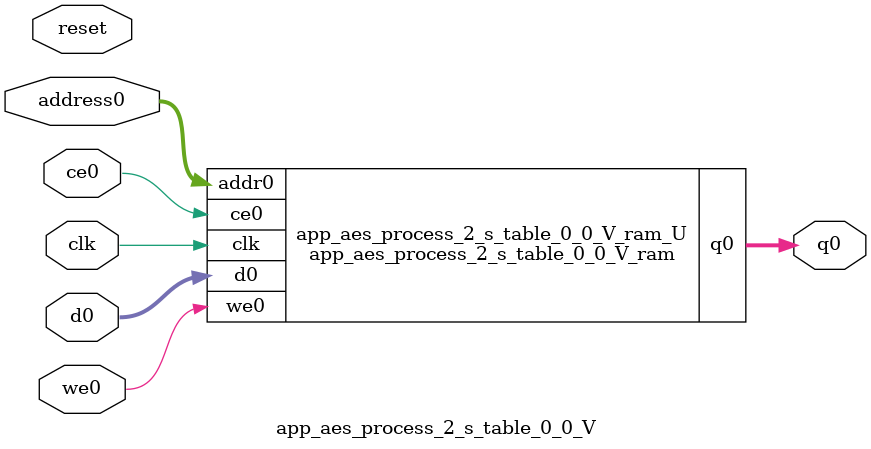
<source format=v>

`timescale 1 ns / 1 ps
module app_aes_process_2_s_table_0_0_V_ram (addr0, ce0, d0, we0, q0,  clk);

parameter DWIDTH = 8;
parameter AWIDTH = 6;
parameter MEM_SIZE = 64;

input[AWIDTH-1:0] addr0;
input ce0;
input[DWIDTH-1:0] d0;
input we0;
output reg[DWIDTH-1:0] q0;
input clk;

(* ram_style = "distributed" *)reg [DWIDTH-1:0] ram[0:MEM_SIZE-1];




always @(posedge clk)  
begin 
    if (ce0) 
    begin
        if (we0) 
        begin 
            ram[addr0] <= d0; 
            q0 <= d0;
        end 
        else 
            q0 <= ram[addr0];
    end
end


endmodule


`timescale 1 ns / 1 ps
module app_aes_process_2_s_table_0_0_V(
    reset,
    clk,
    address0,
    ce0,
    we0,
    d0,
    q0);

parameter DataWidth = 32'd8;
parameter AddressRange = 32'd64;
parameter AddressWidth = 32'd6;
input reset;
input clk;
input[AddressWidth - 1:0] address0;
input ce0;
input we0;
input[DataWidth - 1:0] d0;
output[DataWidth - 1:0] q0;



app_aes_process_2_s_table_0_0_V_ram app_aes_process_2_s_table_0_0_V_ram_U(
    .clk( clk ),
    .addr0( address0 ),
    .ce0( ce0 ),
    .d0( d0 ),
    .we0( we0 ),
    .q0( q0 ));

endmodule


</source>
